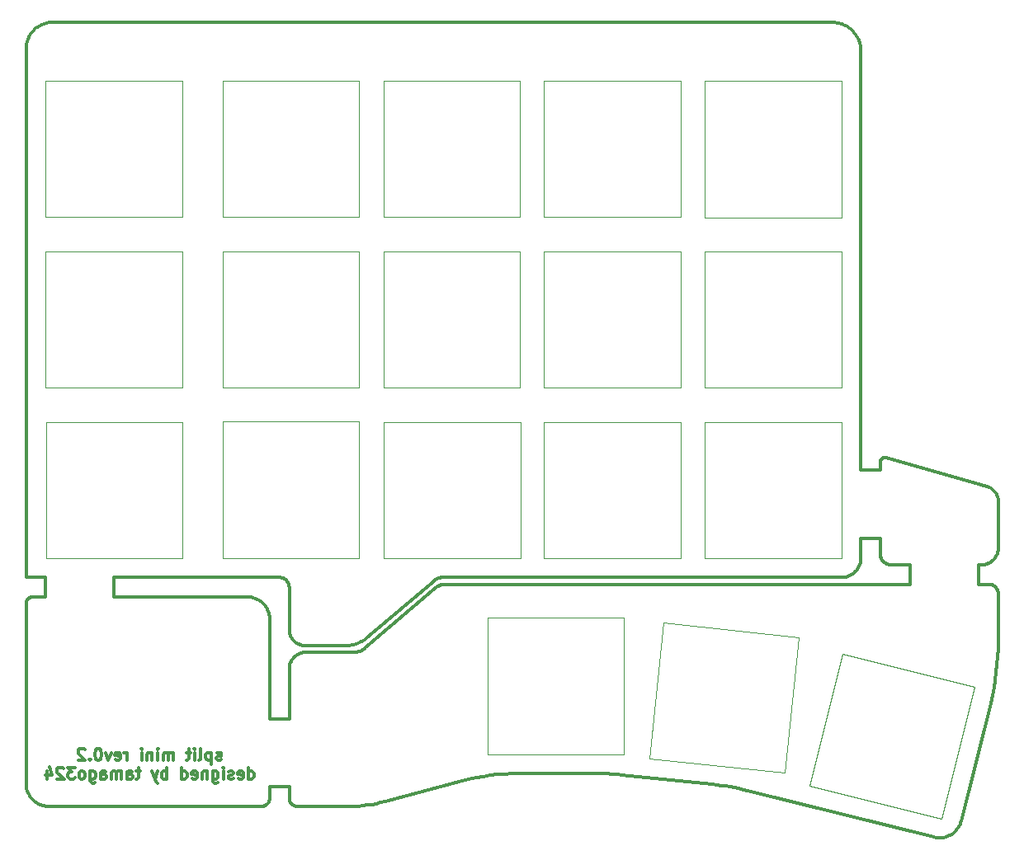
<source format=gbo>
%TF.GenerationSoftware,KiCad,Pcbnew,(6.0.6)*%
%TF.CreationDate,2022-09-17T23:41:59+09:00*%
%TF.ProjectId,split-mini_top,73706c69-742d-46d6-996e-695f746f702e,rev?*%
%TF.SameCoordinates,Original*%
%TF.FileFunction,Legend,Bot*%
%TF.FilePolarity,Positive*%
%FSLAX46Y46*%
G04 Gerber Fmt 4.6, Leading zero omitted, Abs format (unit mm)*
G04 Created by KiCad (PCBNEW (6.0.6)) date 2022-09-17 23:41:59*
%MOMM*%
%LPD*%
G01*
G04 APERTURE LIST*
%ADD10C,0.300000*%
%TA.AperFunction,Profile*%
%ADD11C,0.349999*%
%TD*%
%TA.AperFunction,Profile*%
%ADD12C,0.120000*%
%TD*%
%ADD13C,0.350000*%
%ADD14C,0.787400*%
%ADD15C,2.200000*%
G04 APERTURE END LIST*
D10*
X41052857Y-96649714D02*
X40938571Y-96706857D01*
X40710000Y-96706857D01*
X40595714Y-96649714D01*
X40538571Y-96535428D01*
X40538571Y-96478285D01*
X40595714Y-96364000D01*
X40710000Y-96306857D01*
X40881428Y-96306857D01*
X40995714Y-96249714D01*
X41052857Y-96135428D01*
X41052857Y-96078285D01*
X40995714Y-95964000D01*
X40881428Y-95906857D01*
X40710000Y-95906857D01*
X40595714Y-95964000D01*
X40024285Y-95906857D02*
X40024285Y-97106857D01*
X40024285Y-95964000D02*
X39910000Y-95906857D01*
X39681428Y-95906857D01*
X39567142Y-95964000D01*
X39510000Y-96021142D01*
X39452857Y-96135428D01*
X39452857Y-96478285D01*
X39510000Y-96592571D01*
X39567142Y-96649714D01*
X39681428Y-96706857D01*
X39910000Y-96706857D01*
X40024285Y-96649714D01*
X38767142Y-96706857D02*
X38881428Y-96649714D01*
X38938571Y-96535428D01*
X38938571Y-95506857D01*
X38310000Y-96706857D02*
X38310000Y-95906857D01*
X38310000Y-95506857D02*
X38367142Y-95564000D01*
X38310000Y-95621142D01*
X38252857Y-95564000D01*
X38310000Y-95506857D01*
X38310000Y-95621142D01*
X37910000Y-95906857D02*
X37452857Y-95906857D01*
X37738571Y-95506857D02*
X37738571Y-96535428D01*
X37681428Y-96649714D01*
X37567142Y-96706857D01*
X37452857Y-96706857D01*
X36138571Y-96706857D02*
X36138571Y-95906857D01*
X36138571Y-96021142D02*
X36081428Y-95964000D01*
X35967142Y-95906857D01*
X35795714Y-95906857D01*
X35681428Y-95964000D01*
X35624285Y-96078285D01*
X35624285Y-96706857D01*
X35624285Y-96078285D02*
X35567142Y-95964000D01*
X35452857Y-95906857D01*
X35281428Y-95906857D01*
X35167142Y-95964000D01*
X35110000Y-96078285D01*
X35110000Y-96706857D01*
X34538571Y-96706857D02*
X34538571Y-95906857D01*
X34538571Y-95506857D02*
X34595714Y-95564000D01*
X34538571Y-95621142D01*
X34481428Y-95564000D01*
X34538571Y-95506857D01*
X34538571Y-95621142D01*
X33967142Y-95906857D02*
X33967142Y-96706857D01*
X33967142Y-96021142D02*
X33910000Y-95964000D01*
X33795714Y-95906857D01*
X33624285Y-95906857D01*
X33510000Y-95964000D01*
X33452857Y-96078285D01*
X33452857Y-96706857D01*
X32881428Y-96706857D02*
X32881428Y-95906857D01*
X32881428Y-95506857D02*
X32938571Y-95564000D01*
X32881428Y-95621142D01*
X32824285Y-95564000D01*
X32881428Y-95506857D01*
X32881428Y-95621142D01*
X31395714Y-96706857D02*
X31395714Y-95906857D01*
X31395714Y-96135428D02*
X31338571Y-96021142D01*
X31281428Y-95964000D01*
X31167142Y-95906857D01*
X31052857Y-95906857D01*
X30195714Y-96649714D02*
X30310000Y-96706857D01*
X30538571Y-96706857D01*
X30652857Y-96649714D01*
X30710000Y-96535428D01*
X30710000Y-96078285D01*
X30652857Y-95964000D01*
X30538571Y-95906857D01*
X30310000Y-95906857D01*
X30195714Y-95964000D01*
X30138571Y-96078285D01*
X30138571Y-96192571D01*
X30710000Y-96306857D01*
X29738571Y-95906857D02*
X29452857Y-96706857D01*
X29167142Y-95906857D01*
X28481428Y-95506857D02*
X28367142Y-95506857D01*
X28252857Y-95564000D01*
X28195714Y-95621142D01*
X28138571Y-95735428D01*
X28081428Y-95964000D01*
X28081428Y-96249714D01*
X28138571Y-96478285D01*
X28195714Y-96592571D01*
X28252857Y-96649714D01*
X28367142Y-96706857D01*
X28481428Y-96706857D01*
X28595714Y-96649714D01*
X28652857Y-96592571D01*
X28710000Y-96478285D01*
X28767142Y-96249714D01*
X28767142Y-95964000D01*
X28710000Y-95735428D01*
X28652857Y-95621142D01*
X28595714Y-95564000D01*
X28481428Y-95506857D01*
X27567142Y-96592571D02*
X27510000Y-96649714D01*
X27567142Y-96706857D01*
X27624285Y-96649714D01*
X27567142Y-96592571D01*
X27567142Y-96706857D01*
X27052857Y-95621142D02*
X26995714Y-95564000D01*
X26881428Y-95506857D01*
X26595714Y-95506857D01*
X26481428Y-95564000D01*
X26424285Y-95621142D01*
X26367142Y-95735428D01*
X26367142Y-95849714D01*
X26424285Y-96021142D01*
X27110000Y-96706857D01*
X26367142Y-96706857D01*
X43824285Y-98638857D02*
X43824285Y-97438857D01*
X43824285Y-98581714D02*
X43938571Y-98638857D01*
X44167142Y-98638857D01*
X44281428Y-98581714D01*
X44338571Y-98524571D01*
X44395714Y-98410285D01*
X44395714Y-98067428D01*
X44338571Y-97953142D01*
X44281428Y-97896000D01*
X44167142Y-97838857D01*
X43938571Y-97838857D01*
X43824285Y-97896000D01*
X42795714Y-98581714D02*
X42910000Y-98638857D01*
X43138571Y-98638857D01*
X43252857Y-98581714D01*
X43310000Y-98467428D01*
X43310000Y-98010285D01*
X43252857Y-97896000D01*
X43138571Y-97838857D01*
X42910000Y-97838857D01*
X42795714Y-97896000D01*
X42738571Y-98010285D01*
X42738571Y-98124571D01*
X43310000Y-98238857D01*
X42281428Y-98581714D02*
X42167142Y-98638857D01*
X41938571Y-98638857D01*
X41824285Y-98581714D01*
X41767142Y-98467428D01*
X41767142Y-98410285D01*
X41824285Y-98296000D01*
X41938571Y-98238857D01*
X42110000Y-98238857D01*
X42224285Y-98181714D01*
X42281428Y-98067428D01*
X42281428Y-98010285D01*
X42224285Y-97896000D01*
X42110000Y-97838857D01*
X41938571Y-97838857D01*
X41824285Y-97896000D01*
X41252857Y-98638857D02*
X41252857Y-97838857D01*
X41252857Y-97438857D02*
X41310000Y-97496000D01*
X41252857Y-97553142D01*
X41195714Y-97496000D01*
X41252857Y-97438857D01*
X41252857Y-97553142D01*
X40167142Y-97838857D02*
X40167142Y-98810285D01*
X40224285Y-98924571D01*
X40281428Y-98981714D01*
X40395714Y-99038857D01*
X40567142Y-99038857D01*
X40681428Y-98981714D01*
X40167142Y-98581714D02*
X40281428Y-98638857D01*
X40510000Y-98638857D01*
X40624285Y-98581714D01*
X40681428Y-98524571D01*
X40738571Y-98410285D01*
X40738571Y-98067428D01*
X40681428Y-97953142D01*
X40624285Y-97896000D01*
X40510000Y-97838857D01*
X40281428Y-97838857D01*
X40167142Y-97896000D01*
X39595714Y-97838857D02*
X39595714Y-98638857D01*
X39595714Y-97953142D02*
X39538571Y-97896000D01*
X39424285Y-97838857D01*
X39252857Y-97838857D01*
X39138571Y-97896000D01*
X39081428Y-98010285D01*
X39081428Y-98638857D01*
X38052857Y-98581714D02*
X38167142Y-98638857D01*
X38395714Y-98638857D01*
X38510000Y-98581714D01*
X38567142Y-98467428D01*
X38567142Y-98010285D01*
X38510000Y-97896000D01*
X38395714Y-97838857D01*
X38167142Y-97838857D01*
X38052857Y-97896000D01*
X37995714Y-98010285D01*
X37995714Y-98124571D01*
X38567142Y-98238857D01*
X36967142Y-98638857D02*
X36967142Y-97438857D01*
X36967142Y-98581714D02*
X37081428Y-98638857D01*
X37310000Y-98638857D01*
X37424285Y-98581714D01*
X37481428Y-98524571D01*
X37538571Y-98410285D01*
X37538571Y-98067428D01*
X37481428Y-97953142D01*
X37424285Y-97896000D01*
X37310000Y-97838857D01*
X37081428Y-97838857D01*
X36967142Y-97896000D01*
X35481428Y-98638857D02*
X35481428Y-97438857D01*
X35481428Y-97896000D02*
X35367142Y-97838857D01*
X35138571Y-97838857D01*
X35024285Y-97896000D01*
X34967142Y-97953142D01*
X34910000Y-98067428D01*
X34910000Y-98410285D01*
X34967142Y-98524571D01*
X35024285Y-98581714D01*
X35138571Y-98638857D01*
X35367142Y-98638857D01*
X35481428Y-98581714D01*
X34510000Y-97838857D02*
X34224285Y-98638857D01*
X33938571Y-97838857D02*
X34224285Y-98638857D01*
X34338571Y-98924571D01*
X34395714Y-98981714D01*
X34510000Y-99038857D01*
X32738571Y-97838857D02*
X32281428Y-97838857D01*
X32567142Y-97438857D02*
X32567142Y-98467428D01*
X32510000Y-98581714D01*
X32395714Y-98638857D01*
X32281428Y-98638857D01*
X31367142Y-98638857D02*
X31367142Y-98010285D01*
X31424285Y-97896000D01*
X31538571Y-97838857D01*
X31767142Y-97838857D01*
X31881428Y-97896000D01*
X31367142Y-98581714D02*
X31481428Y-98638857D01*
X31767142Y-98638857D01*
X31881428Y-98581714D01*
X31938571Y-98467428D01*
X31938571Y-98353142D01*
X31881428Y-98238857D01*
X31767142Y-98181714D01*
X31481428Y-98181714D01*
X31367142Y-98124571D01*
X30795714Y-98638857D02*
X30795714Y-97838857D01*
X30795714Y-97953142D02*
X30738571Y-97896000D01*
X30624285Y-97838857D01*
X30452857Y-97838857D01*
X30338571Y-97896000D01*
X30281428Y-98010285D01*
X30281428Y-98638857D01*
X30281428Y-98010285D02*
X30224285Y-97896000D01*
X30110000Y-97838857D01*
X29938571Y-97838857D01*
X29824285Y-97896000D01*
X29767142Y-98010285D01*
X29767142Y-98638857D01*
X28681428Y-98638857D02*
X28681428Y-98010285D01*
X28738571Y-97896000D01*
X28852857Y-97838857D01*
X29081428Y-97838857D01*
X29195714Y-97896000D01*
X28681428Y-98581714D02*
X28795714Y-98638857D01*
X29081428Y-98638857D01*
X29195714Y-98581714D01*
X29252857Y-98467428D01*
X29252857Y-98353142D01*
X29195714Y-98238857D01*
X29081428Y-98181714D01*
X28795714Y-98181714D01*
X28681428Y-98124571D01*
X27595714Y-97838857D02*
X27595714Y-98810285D01*
X27652857Y-98924571D01*
X27710000Y-98981714D01*
X27824285Y-99038857D01*
X27995714Y-99038857D01*
X28110000Y-98981714D01*
X27595714Y-98581714D02*
X27710000Y-98638857D01*
X27938571Y-98638857D01*
X28052857Y-98581714D01*
X28110000Y-98524571D01*
X28167142Y-98410285D01*
X28167142Y-98067428D01*
X28110000Y-97953142D01*
X28052857Y-97896000D01*
X27938571Y-97838857D01*
X27710000Y-97838857D01*
X27595714Y-97896000D01*
X26852857Y-98638857D02*
X26967142Y-98581714D01*
X27024285Y-98524571D01*
X27081428Y-98410285D01*
X27081428Y-98067428D01*
X27024285Y-97953142D01*
X26967142Y-97896000D01*
X26852857Y-97838857D01*
X26681428Y-97838857D01*
X26567142Y-97896000D01*
X26510000Y-97953142D01*
X26452857Y-98067428D01*
X26452857Y-98410285D01*
X26510000Y-98524571D01*
X26567142Y-98581714D01*
X26681428Y-98638857D01*
X26852857Y-98638857D01*
X26052857Y-97438857D02*
X25310000Y-97438857D01*
X25710000Y-97896000D01*
X25538571Y-97896000D01*
X25424285Y-97953142D01*
X25367142Y-98010285D01*
X25310000Y-98124571D01*
X25310000Y-98410285D01*
X25367142Y-98524571D01*
X25424285Y-98581714D01*
X25538571Y-98638857D01*
X25881428Y-98638857D01*
X25995714Y-98581714D01*
X26052857Y-98524571D01*
X24852857Y-97553142D02*
X24795714Y-97496000D01*
X24681428Y-97438857D01*
X24395714Y-97438857D01*
X24281428Y-97496000D01*
X24224285Y-97553142D01*
X24167142Y-97667428D01*
X24167142Y-97781714D01*
X24224285Y-97953142D01*
X24910000Y-98638857D01*
X24167142Y-98638857D01*
X23138571Y-97838857D02*
X23138571Y-98638857D01*
X23424285Y-97381714D02*
X23710000Y-98238857D01*
X22967142Y-98238857D01*
D11*
X55994536Y-84127249D02*
X62941371Y-78230300D01*
X48455705Y-101342096D02*
X48491151Y-101359916D01*
X105370687Y-77817152D02*
X105460997Y-77781545D01*
X47249151Y-77968775D02*
X47297495Y-77982189D01*
X48349869Y-84268510D02*
X48399840Y-84332657D01*
X45319867Y-101428740D02*
X45359889Y-101421758D01*
X21038639Y-23391422D02*
X21028677Y-23525300D01*
X47793113Y-78313838D02*
X47824164Y-78353695D01*
X116441411Y-103937807D02*
X116513709Y-103854992D01*
X21784794Y-100840594D02*
X21871179Y-100915014D01*
X23025611Y-77937815D02*
X23025611Y-77937815D01*
X55329939Y-85497070D02*
X55255709Y-85526188D01*
X70133669Y-98111382D02*
X70873306Y-98074982D01*
X120701220Y-75435875D02*
X120723363Y-75356073D01*
X49434057Y-84919741D02*
X49514751Y-84929764D01*
X116937738Y-103067128D02*
X116968856Y-102954535D01*
X30025611Y-77937815D02*
X30025611Y-77937815D01*
X21622888Y-100678691D02*
X21701835Y-100761649D01*
X63118653Y-78104941D02*
X63165926Y-78078795D01*
X115644464Y-104498434D02*
X115743942Y-104453807D01*
X111774467Y-78637816D02*
X111774467Y-78637816D01*
X21025611Y-99129103D02*
X21025611Y-99129103D01*
X54196868Y-101437812D02*
X54659376Y-101430232D01*
X46021592Y-100691593D02*
X46024625Y-100650809D01*
X55372273Y-84547125D02*
X55503273Y-84474664D01*
X22555917Y-101302658D02*
X22662900Y-101338053D01*
X21548467Y-100592307D02*
X21622888Y-100678691D01*
X45657000Y-101298693D02*
X45690238Y-101275331D01*
X120580646Y-79029760D02*
X120551683Y-78992904D01*
X47724906Y-78238528D02*
X47724906Y-78238528D01*
X22347877Y-101216489D02*
X22450846Y-101262110D01*
X108806970Y-65784533D02*
X108788300Y-65805774D01*
X120521018Y-78957504D02*
X120488714Y-78923621D01*
X49514751Y-84929764D02*
X49596135Y-84935819D01*
X120754645Y-79416861D02*
X120743752Y-79369661D01*
X109021426Y-65650252D02*
X108994789Y-65659278D01*
X21821555Y-21737985D02*
X21728599Y-21835656D01*
X81752674Y-98175401D02*
X82102412Y-98209845D01*
X120292038Y-68989505D02*
X120198264Y-68906180D01*
X48184055Y-83991463D02*
X48220285Y-84063523D01*
X92353572Y-99303294D02*
X92803934Y-99370604D01*
X48025611Y-92437812D02*
X48025611Y-92437812D01*
X21701835Y-100761649D02*
X21784794Y-100840594D01*
X45863165Y-101102397D02*
X45886526Y-101069160D01*
X93700726Y-99528736D02*
X94146949Y-99619521D01*
X114217994Y-104607398D02*
X114332015Y-104632783D01*
X55544321Y-85390464D02*
X55474354Y-85429168D01*
X119849048Y-78639122D02*
X119798842Y-78637850D01*
X120378654Y-69079779D02*
X120292038Y-68989505D01*
X44992462Y-80327745D02*
X44896442Y-80267059D01*
X21184521Y-22743554D02*
X21142842Y-22869515D01*
X109159706Y-65628702D02*
X109131604Y-65629826D01*
X47437594Y-78036251D02*
X47482368Y-78058762D01*
X21871179Y-100915014D02*
X21960802Y-100984829D01*
X55026238Y-85593728D02*
X54947852Y-85609504D01*
X108676481Y-66089548D02*
X108675643Y-66118251D01*
X115439215Y-104573296D02*
X115542831Y-104538298D01*
X120175747Y-90041614D02*
X120334181Y-89253993D01*
X48387498Y-101301289D02*
X48421131Y-101322544D01*
X21232266Y-22619845D02*
X21184521Y-22743554D01*
X120774467Y-79613475D02*
X120774467Y-79613475D01*
X48568989Y-84510368D02*
X48630819Y-84563633D01*
X115841090Y-104404522D02*
X115935738Y-104350682D01*
X120755900Y-75193230D02*
X120766178Y-75110466D01*
X105951907Y-77483713D02*
X106024068Y-77421208D01*
X120773113Y-70057586D02*
X120769082Y-69992617D01*
X120457740Y-69176506D02*
X120378654Y-69079779D01*
X21960802Y-100984829D02*
X22053472Y-101049963D01*
X21212290Y-80175202D02*
X21188997Y-80202228D01*
X116859876Y-103283530D02*
X116901354Y-103176827D01*
X48641104Y-86024013D02*
X48579738Y-86077169D01*
X104062908Y-20956994D02*
X103915112Y-20945753D01*
X21318048Y-80079432D02*
X21289999Y-80101271D01*
X120153762Y-76253991D02*
X120217176Y-76199357D01*
X53787147Y-84937812D02*
X53787147Y-84937812D01*
X30025611Y-77937815D02*
X46998878Y-77937815D01*
X105274429Y-21363314D02*
X105152556Y-21293237D01*
X23743743Y-20941960D02*
X23608950Y-20945288D01*
X21376948Y-80040174D02*
X21347051Y-80059058D01*
X108770942Y-65827987D02*
X108754927Y-65851107D01*
X54627738Y-85637847D02*
X49716880Y-85637816D01*
X116582122Y-103768452D02*
X116646478Y-103678292D01*
X55806701Y-85204901D02*
X55806701Y-85204901D01*
X108681000Y-75645683D02*
X108687678Y-75699449D01*
X48263694Y-101199782D02*
X48292902Y-101227576D01*
X120488714Y-78923621D02*
X120454831Y-78891317D01*
X47981259Y-78665933D02*
X47994675Y-78714277D01*
X44593043Y-80114500D02*
X44487432Y-80073742D01*
X45783118Y-101195281D02*
X45783118Y-101195281D01*
X46998878Y-77937815D02*
X47049792Y-77939076D01*
X120678260Y-79190516D02*
X120656715Y-79148450D01*
X105027071Y-21228966D02*
X104898158Y-21170683D01*
X119898595Y-78642891D02*
X119849048Y-78639122D01*
X108687678Y-75699449D02*
X108696963Y-75752663D01*
X119329920Y-76619244D02*
X119411834Y-76604951D01*
X47150499Y-77949064D02*
X47200124Y-77957721D01*
X30025611Y-79937815D02*
X30025611Y-79937815D01*
X63482317Y-78736669D02*
X63441478Y-78756970D01*
X106583990Y-23124944D02*
X106544773Y-22986841D01*
X119247157Y-76629524D02*
X119329920Y-76619244D01*
X54708534Y-85636055D02*
X54627738Y-85637847D01*
X48027843Y-87242016D02*
X48025641Y-87329047D01*
X108704938Y-65951392D02*
X108696116Y-65978097D01*
X106675612Y-66895079D02*
X106675612Y-23852266D01*
X48527404Y-101375978D02*
X48564397Y-101390253D01*
X22247198Y-101165871D02*
X22347877Y-101216489D01*
X21036909Y-99357303D02*
X21050913Y-99470047D01*
X21236999Y-80149249D02*
X21236999Y-80149249D01*
X63441478Y-78756970D02*
X63401512Y-78779074D01*
X109187893Y-65629198D02*
X109159706Y-65628702D01*
X119492762Y-76586703D02*
X119572563Y-76564558D01*
X49376040Y-85672178D02*
X49294217Y-85691063D01*
X105876780Y-77542749D02*
X105951907Y-77483713D01*
X49213962Y-85713853D02*
X49135381Y-85740442D01*
X103915112Y-20945753D02*
X103765349Y-20941964D01*
X47345073Y-77997930D02*
X47391801Y-78015962D01*
X48220285Y-84063523D02*
X48260035Y-84133808D01*
X48292902Y-101227576D02*
X48323317Y-101253777D01*
X21028448Y-99243592D02*
X21036909Y-99357303D01*
X62941371Y-78230300D02*
X62941371Y-78230300D01*
X65758204Y-98834754D02*
X65758204Y-98834754D01*
X80350426Y-98083501D02*
X80701393Y-98099590D01*
X118774467Y-76637816D02*
X119079642Y-76637816D01*
X120221817Y-78734070D02*
X120178601Y-78714532D01*
X63742213Y-78653990D02*
X63697439Y-78662998D01*
X46000673Y-100811590D02*
X46009588Y-100772051D01*
X21471411Y-79992709D02*
X21439187Y-80006975D01*
X45696399Y-81067015D02*
X45635713Y-80970995D01*
X115333789Y-104603324D02*
X115439215Y-104573296D01*
X106479515Y-76811328D02*
X106519342Y-76723237D01*
X48260035Y-84133808D02*
X48303249Y-84202182D01*
X48361640Y-86317158D02*
X48314487Y-86383464D01*
X104686904Y-77937815D02*
X104789242Y-77935229D01*
X120334181Y-89253993D02*
X120468428Y-88462270D01*
X120087971Y-76305244D02*
X120153762Y-76253991D01*
X46025611Y-99437812D02*
X48025611Y-99437812D01*
X48509612Y-84453864D02*
X48509612Y-84453864D01*
X119877728Y-76438153D02*
X119949815Y-76397383D01*
X108727056Y-65899815D02*
X108715262Y-65925277D01*
X119411834Y-76604951D02*
X119492762Y-76586703D01*
X45197585Y-101437812D02*
X45238647Y-101436795D01*
X21047137Y-80483955D02*
X21039355Y-80518449D01*
X54947852Y-85609504D02*
X54868700Y-85621844D01*
X109078830Y-76388518D02*
X109121567Y-76421812D01*
X120344325Y-78804487D02*
X120304741Y-78779110D01*
X57403259Y-101068567D02*
X57851935Y-100956046D01*
X63324454Y-78828595D02*
X63287485Y-78855968D01*
X48602063Y-101402715D02*
X48640336Y-101413334D01*
X48024380Y-78913635D02*
X48025641Y-78964549D01*
X120217176Y-76199357D02*
X120278075Y-76141402D01*
X55612648Y-85348646D02*
X55544321Y-85390464D01*
X48838470Y-101437842D02*
X54196868Y-101437812D01*
X70873306Y-98074982D02*
X71614337Y-98062834D01*
X45925300Y-81583551D02*
X45889720Y-81476020D01*
X22771606Y-101368218D02*
X22881847Y-101393073D01*
X48314487Y-86383464D02*
X48270497Y-86452083D01*
X55121014Y-101407515D02*
X55581415Y-101369709D01*
X106519342Y-76723237D02*
X106554952Y-76632928D01*
X48579738Y-86077169D02*
X48521003Y-86133168D01*
X106586220Y-76540525D02*
X106613021Y-76446154D01*
X108891649Y-76191890D02*
X108924942Y-76234628D01*
X45279430Y-101433762D02*
X45319867Y-101428740D01*
X21641204Y-79945692D02*
X21606286Y-79951772D01*
X46025611Y-92437812D02*
X46025611Y-92437812D01*
X119993194Y-90824576D02*
X119993194Y-90824576D01*
X48185114Y-101108608D02*
X48209696Y-101140162D01*
X22582237Y-21202494D02*
X22463694Y-21262084D01*
X115008377Y-104662548D02*
X115118197Y-104648054D01*
X48078892Y-86906381D02*
X48060006Y-86988204D01*
X106675612Y-73895079D02*
X106675612Y-73895079D01*
X106335978Y-77061043D02*
X106387708Y-76980356D01*
X23475071Y-20955235D02*
X23342329Y-20971711D01*
X120551683Y-78992904D02*
X120521018Y-78957504D01*
X45570242Y-80877848D02*
X45500065Y-80787765D01*
X23608950Y-20945288D02*
X23475071Y-20955235D01*
X120019942Y-76353061D02*
X120087971Y-76305244D01*
X21142842Y-22869515D02*
X21107322Y-22997505D01*
X48025641Y-87329047D02*
X48025641Y-87329047D01*
X45622738Y-101320347D02*
X45657000Y-101298693D01*
X48771300Y-85926654D02*
X48704993Y-85973806D01*
X49275288Y-84888014D02*
X49354191Y-84905805D01*
X92803934Y-99370604D02*
X93253019Y-99445758D01*
X43704978Y-79937854D02*
X30025611Y-79937815D01*
X49678077Y-84937850D02*
X49678077Y-84937850D01*
X48025641Y-87329047D02*
X48025611Y-92437812D01*
X63878907Y-78638836D02*
X63833009Y-78641887D01*
X103765349Y-20941964D02*
X103765349Y-20941964D01*
X45989854Y-100850579D02*
X46000673Y-100811590D01*
X119949815Y-76397383D02*
X120019942Y-76353061D01*
X54238299Y-84907851D02*
X54386496Y-84884749D01*
X56951500Y-101166243D02*
X57403259Y-101068567D01*
X120727124Y-69739575D02*
X120691299Y-69618023D01*
X106158985Y-77286296D02*
X106221492Y-77214138D01*
X48026610Y-100665296D02*
X48029589Y-100705335D01*
X120097707Y-68830299D02*
X119990739Y-68762359D01*
X115935738Y-104350682D02*
X116027711Y-104292391D01*
X62941371Y-78230300D02*
X62983772Y-78195898D01*
X48694965Y-84613603D02*
X48761292Y-84660222D01*
X48162182Y-101075982D02*
X48185114Y-101108608D01*
X109300078Y-65647631D02*
X109300078Y-65647631D01*
X120198264Y-68906180D02*
X120097707Y-68830299D01*
X119635116Y-68611140D02*
X119635116Y-68611140D01*
X106675612Y-23852266D02*
X106671826Y-23702504D01*
X21070384Y-99581635D02*
X21095242Y-99691877D01*
X106446910Y-22719457D02*
X106388630Y-22590543D01*
X82102412Y-98209845D02*
X82102412Y-98209845D01*
X106093135Y-77355361D02*
X106158985Y-77286296D01*
X21026226Y-80624221D02*
X21025336Y-80660044D01*
X45980608Y-81803618D02*
X45955622Y-81692814D01*
X55255709Y-85526188D02*
X55180276Y-85552030D01*
X114559640Y-104665632D02*
X114672897Y-104673303D01*
X49459323Y-85657305D02*
X49376040Y-85672178D01*
X43820052Y-79940706D02*
X43704978Y-79937854D01*
X46025611Y-92437812D02*
X46025611Y-82258441D01*
X118774467Y-78637816D02*
X118774467Y-78637816D01*
X46025641Y-100609748D02*
X46025611Y-99437812D01*
X44487432Y-80073742D02*
X44379898Y-80038162D01*
X47391801Y-78015962D02*
X47437594Y-78036251D01*
X106011052Y-22001060D02*
X105919581Y-21895462D01*
X45587517Y-101340266D02*
X45622738Y-101320347D01*
X46022759Y-82143374D02*
X46014255Y-82029088D01*
X104989763Y-77914905D02*
X105087696Y-77897418D01*
X21025611Y-77937815D02*
X21025611Y-77937815D01*
X55180276Y-85552030D02*
X55103749Y-85574557D01*
X63263502Y-78032926D02*
X63313656Y-78013257D01*
X104492671Y-21033598D02*
X104351871Y-21001099D01*
X48075449Y-83688174D02*
X48097040Y-83765982D01*
X45551407Y-101358422D02*
X45587517Y-101340266D01*
X104765998Y-21118573D02*
X104630775Y-21072816D01*
X120042667Y-78668574D02*
X119995466Y-78657678D01*
X71614337Y-98062834D02*
X79296523Y-98062812D01*
X45476790Y-101389329D02*
X45514476Y-101374785D01*
X45085609Y-80393215D02*
X44992462Y-80327745D01*
X48050126Y-100823138D02*
X48060747Y-100861413D01*
X44797738Y-80211237D02*
X44696542Y-80160358D01*
X45500065Y-80787765D02*
X45425261Y-80700935D01*
X47200124Y-77957721D02*
X47249151Y-77968775D01*
X108998076Y-76315383D02*
X108998076Y-76315383D01*
X49354191Y-84905805D02*
X49434057Y-84919741D01*
X49135381Y-85740442D02*
X49058579Y-85770724D01*
X109272255Y-65640530D02*
X109244237Y-65635099D01*
X22463694Y-21262084D02*
X22348071Y-21327464D01*
X21747886Y-79937815D02*
X21747886Y-79937815D01*
X114332015Y-104632783D02*
X114445955Y-104652160D01*
X23025611Y-77937815D02*
X23025611Y-79937815D01*
X79296523Y-98062812D02*
X79296523Y-98062812D01*
X119572563Y-76564558D02*
X119651099Y-76538573D01*
X21676482Y-79941323D02*
X21641204Y-79945692D01*
X63416328Y-77980585D02*
X63468699Y-77967636D01*
X21110478Y-80319873D02*
X21094633Y-80351373D01*
X48025611Y-92437812D02*
X46025611Y-92437812D01*
X115542831Y-104538298D02*
X115644464Y-104498434D01*
X108893963Y-65710666D02*
X108870536Y-65727271D01*
X109075929Y-65636878D02*
X109048496Y-65642782D01*
X67200877Y-98497965D02*
X67929031Y-98365328D01*
X63362484Y-78802956D02*
X63324454Y-78828595D01*
X105278283Y-77848416D02*
X105370687Y-77817152D01*
X108675643Y-66118251D02*
X108675612Y-66895079D01*
X108688828Y-66005329D02*
X108683105Y-66033024D01*
X116968856Y-102954535D02*
X119993194Y-90824576D01*
X48029589Y-100705335D02*
X48034519Y-100745032D01*
X46024625Y-100650809D02*
X46025641Y-100609748D01*
X103765349Y-20941964D02*
X23743743Y-20941960D01*
X48209696Y-101140162D02*
X48235898Y-101170575D01*
X22235592Y-21398542D02*
X22126477Y-21475225D01*
X21262963Y-80124552D02*
X21236999Y-80149249D01*
X120774467Y-84461646D02*
X120774467Y-84461646D01*
X55103749Y-85574557D02*
X55026238Y-85593728D01*
X21478649Y-100502685D02*
X21548467Y-100592307D01*
X54962899Y-84728765D02*
X55101881Y-84674251D01*
X21095242Y-99691877D02*
X21125409Y-99800585D01*
X109300078Y-65647631D02*
X109272255Y-65640530D01*
X119163685Y-76635734D02*
X119247157Y-76629524D01*
X21028677Y-23525300D02*
X21025336Y-23660094D01*
X106660587Y-23554708D02*
X106642080Y-23409061D01*
X21025336Y-23660094D02*
X21025611Y-77937815D01*
X21201357Y-100012642D02*
X21246981Y-100115611D01*
X119635116Y-68611140D02*
X109300078Y-65647631D01*
X120725364Y-86068068D02*
X120762179Y-85265514D01*
X111774467Y-76637816D02*
X111774467Y-78637816D01*
X106435595Y-76897076D02*
X106479515Y-76811328D01*
X111774467Y-78637816D02*
X63925056Y-78637816D01*
X118774467Y-76637816D02*
X118774467Y-76637816D01*
X23342329Y-20971711D02*
X23210947Y-20994624D01*
X23743743Y-20941960D02*
X23743743Y-20941960D01*
X119995466Y-78657678D02*
X119947421Y-78649097D01*
X48025611Y-83285361D02*
X48027642Y-83367308D01*
X45955622Y-81692814D02*
X45925300Y-81583551D01*
X105634839Y-77697804D02*
X105718120Y-77649920D01*
X21188997Y-80202228D02*
X21167145Y-80230267D01*
X55402857Y-85464716D02*
X55329939Y-85497070D01*
X95034537Y-99824439D02*
X95034537Y-99824439D01*
X48465004Y-86191903D02*
X48411847Y-86253268D01*
X120774467Y-84461646D02*
X120774467Y-79613475D01*
X120578420Y-87667003D02*
X120664088Y-86868750D01*
X45928098Y-100999676D02*
X45946253Y-100963567D01*
X45848961Y-81370410D02*
X45803102Y-81266913D01*
X22881847Y-101393073D02*
X22993432Y-101412541D01*
X48839919Y-85882664D02*
X48771300Y-85926654D01*
X21701835Y-100761649D02*
X21701835Y-100761649D01*
X63697439Y-78662998D02*
X63653166Y-78673944D01*
X106635229Y-76349940D02*
X106652721Y-76252008D01*
X47724906Y-78238528D02*
X47760016Y-78275421D01*
X63251639Y-78885050D02*
X55806701Y-85204901D01*
X109165758Y-76452872D02*
X109211312Y-76481663D01*
X79296523Y-98062812D02*
X79647946Y-98065109D01*
X21067660Y-80416466D02*
X21056580Y-80449941D01*
X48121371Y-101007775D02*
X48140925Y-101042349D01*
X94146949Y-99619521D02*
X94591588Y-99718094D01*
X48411847Y-86253268D02*
X48361640Y-86317158D01*
X55994536Y-84127249D02*
X55994536Y-84127249D01*
X48014389Y-78812928D02*
X48020617Y-78863067D01*
X48025641Y-78964549D02*
X48025641Y-78964549D01*
X48564397Y-101390253D02*
X48602063Y-101402715D01*
X45345908Y-80617549D02*
X45262522Y-80538196D01*
X47824164Y-78353695D02*
X47853131Y-78394907D01*
X44896442Y-80267059D02*
X44797738Y-80211237D01*
X47927193Y-78525835D02*
X47947483Y-78571628D01*
X21347051Y-80059058D02*
X21318048Y-80079432D01*
X48020617Y-78863067D02*
X48024380Y-78913635D01*
X63575139Y-77948649D02*
X63629061Y-77942665D01*
X119990739Y-68762359D02*
X119877736Y-68702855D01*
X120178601Y-78714532D02*
X120134296Y-78697062D01*
X63214234Y-78054781D02*
X63263502Y-78032926D01*
X54088872Y-84924446D02*
X54238299Y-84907851D01*
X45425261Y-80700935D02*
X45345908Y-80617549D01*
X55238407Y-84613679D02*
X55372273Y-84547125D01*
X120741609Y-75275145D02*
X120755900Y-75193230D01*
X22450846Y-101262110D02*
X22555917Y-101302658D01*
X106616486Y-23265745D02*
X106583990Y-23124944D01*
X105823218Y-21794389D02*
X105722147Y-21698025D01*
X109508212Y-76604643D02*
X109560782Y-76616497D01*
X120769082Y-69992617D02*
X120762421Y-69928269D01*
X106221492Y-77214138D02*
X106280531Y-77139012D01*
X109667756Y-76632459D02*
X109721979Y-76636494D01*
X106675612Y-66895079D02*
X106675612Y-66895079D01*
X108960430Y-76275822D02*
X108998076Y-76315383D01*
X119651099Y-76538573D02*
X119728231Y-76508805D01*
X108924942Y-76234628D02*
X108960430Y-76275822D01*
X21080353Y-80383591D02*
X21067660Y-80416466D01*
X81402561Y-98145543D02*
X81752674Y-98175401D01*
X63925056Y-78637816D02*
X63878907Y-78638836D01*
X48025611Y-83285361D02*
X48025611Y-83285361D01*
X48704993Y-85973806D02*
X48641104Y-86024013D01*
X62983772Y-78195898D02*
X63027501Y-78163519D01*
X105722147Y-21698025D02*
X105616549Y-21606553D01*
X108683105Y-66033024D02*
X108678979Y-66061118D01*
X79647946Y-98065109D02*
X79999262Y-98072007D01*
X45977159Y-100888950D02*
X45989854Y-100850579D01*
X120774467Y-79613475D02*
X120773197Y-79563271D01*
X93253019Y-99445758D02*
X93700726Y-99528736D01*
X21439187Y-80006975D02*
X21407679Y-80022805D01*
X21353138Y-100314488D02*
X21413513Y-100410016D01*
X105183911Y-77875213D02*
X105278283Y-77848416D01*
X105549090Y-77741721D02*
X105634839Y-77697804D01*
X120773197Y-79563271D02*
X120769430Y-79513727D01*
X21107322Y-22997505D02*
X21078053Y-23127302D01*
X43934344Y-79949209D02*
X43820052Y-79940706D01*
X114785555Y-104675276D02*
X114897439Y-104671657D01*
X21728599Y-21835656D02*
X21640971Y-21937362D01*
X108675612Y-66895079D02*
X106675612Y-66895079D01*
X21125409Y-99800585D02*
X21160807Y-99907570D01*
X105392508Y-21439014D02*
X105274429Y-21363314D01*
X55755861Y-84312320D02*
X55877040Y-84222588D01*
X45399429Y-101412843D02*
X45438419Y-101402024D01*
X91449431Y-99192275D02*
X91449431Y-99192275D01*
X120304741Y-78779110D02*
X120263884Y-78755617D01*
X47649593Y-78170323D02*
X47688011Y-78203419D01*
X108740083Y-75908095D02*
X108759419Y-75958202D01*
X106675643Y-75949149D02*
X106675643Y-75949149D01*
X63925056Y-78637816D02*
X63925056Y-78637816D01*
X116513709Y-103854992D02*
X116582122Y-103768452D01*
X108740288Y-65875071D02*
X108727056Y-65899815D01*
X105460997Y-77781545D02*
X105549090Y-77741721D01*
X21167145Y-80230267D02*
X21146758Y-80259261D01*
X21712063Y-79938689D02*
X21676482Y-79941323D01*
X120762421Y-69928269D02*
X120753176Y-69864605D01*
X48235898Y-101170575D02*
X48263694Y-101199782D01*
X54386496Y-84884749D02*
X54533259Y-84855214D01*
X116813476Y-103387131D02*
X116859876Y-103283530D01*
X108708817Y-75805236D02*
X108723203Y-75857077D01*
X119819088Y-68676422D02*
X119759070Y-68652283D01*
X120743752Y-79369661D02*
X120730605Y-79323365D01*
X108826921Y-65764326D02*
X108806970Y-65784533D01*
X21028875Y-80588641D02*
X21026226Y-80624221D01*
X56497027Y-101249025D02*
X56951500Y-101166243D01*
X47853131Y-78394907D02*
X47879982Y-78437391D01*
X45197585Y-101437812D02*
X45197585Y-101437812D01*
X49197483Y-84866423D02*
X49275288Y-84888014D01*
X45635713Y-80970995D02*
X45570242Y-80877848D01*
X108870536Y-65727271D02*
X108848120Y-65745218D01*
X115226725Y-104628278D02*
X115333789Y-104603324D01*
X65758204Y-98834754D02*
X66477072Y-98654466D01*
X120278075Y-76141402D02*
X120278075Y-76141402D01*
X108715262Y-65925277D02*
X108704938Y-65951392D01*
X22993432Y-101412541D02*
X23106173Y-101426542D01*
X21055128Y-23258681D02*
X21038639Y-23391422D01*
X105152556Y-21293237D02*
X105027071Y-21228966D01*
X116285855Y-104091851D02*
X116365402Y-104016795D01*
X119947421Y-78649097D02*
X119898595Y-78642891D01*
X21033260Y-80553364D02*
X21028875Y-80588641D01*
X30025611Y-79937815D02*
X30025611Y-77937815D01*
X108676966Y-75591455D02*
X108681000Y-75645683D01*
X45886526Y-101069160D02*
X45908180Y-101034897D01*
X120591823Y-69387334D02*
X120528921Y-69279189D01*
X45359889Y-101421758D02*
X45399429Y-101412843D01*
X108805314Y-76055316D02*
X108831798Y-76102144D01*
X120675236Y-75514412D02*
X120701220Y-75435875D01*
X120611979Y-75667136D02*
X120645470Y-75591546D01*
X21285986Y-22498611D02*
X21232266Y-22619845D01*
X63737941Y-77937850D02*
X63737941Y-77937850D01*
X120278075Y-76141402D02*
X120336030Y-76080501D01*
X57851935Y-100956046D02*
X57851935Y-100956046D01*
X47688011Y-78203419D02*
X47724906Y-78238528D01*
X106671826Y-23702504D02*
X106660587Y-23554708D01*
X118774467Y-78637816D02*
X118774467Y-76637816D01*
X114672897Y-104673303D02*
X114785555Y-104675276D01*
X116116836Y-104229753D02*
X116202942Y-104162872D01*
X21410980Y-22264459D02*
X21345588Y-22380075D01*
X48025641Y-78964549D02*
X48025611Y-83285361D01*
X106324361Y-22465057D02*
X106254285Y-22343184D01*
X106675643Y-75949149D02*
X106675612Y-73895079D01*
X48034376Y-87156128D02*
X48027843Y-87242016D01*
X63609455Y-78686808D02*
X63566368Y-78701565D01*
X106499019Y-22851618D02*
X106446910Y-22719457D01*
X45946253Y-100963567D02*
X45962616Y-100926635D01*
X49678077Y-84937850D02*
X53787147Y-84937812D01*
X116646478Y-103678292D02*
X116706604Y-103584617D01*
X120263884Y-78755617D02*
X120221817Y-78734070D01*
X54868700Y-85621844D02*
X54788890Y-85630708D01*
X22953154Y-21059387D02*
X22827190Y-21101053D01*
X106544773Y-22986841D02*
X106499019Y-22851618D01*
X119759070Y-68652283D02*
X119697731Y-68630502D01*
X48027642Y-83367308D02*
X48033697Y-83448699D01*
X115118197Y-104648054D02*
X115226725Y-104628278D01*
X120774467Y-70123114D02*
X120774467Y-70123114D01*
X45238647Y-101436795D02*
X45279430Y-101433762D01*
X109048496Y-65642782D02*
X109021426Y-65650252D01*
X108848120Y-65745218D02*
X108826921Y-65764326D01*
X63072486Y-78133191D02*
X63118653Y-78104941D01*
X109244237Y-65635099D02*
X109216093Y-65631326D01*
X108754927Y-65851107D02*
X108740288Y-65875071D01*
X104789242Y-77935229D02*
X104890237Y-77927551D01*
X120528921Y-69279189D02*
X120457740Y-69176506D01*
X109306150Y-76532285D02*
X109355252Y-76554041D01*
X108918171Y-65695552D02*
X108893963Y-65710666D01*
X46014255Y-82029088D02*
X46000179Y-81915773D01*
X48910742Y-85841941D02*
X48839919Y-85882664D01*
X120769430Y-79513727D02*
X120763225Y-79464903D01*
X119877736Y-68702855D02*
X119819088Y-68676422D01*
X47879982Y-78437391D02*
X47904681Y-78481061D01*
X23106173Y-101426542D02*
X23219880Y-101435000D01*
X21558764Y-22042879D02*
X21482069Y-22151986D01*
X63251639Y-78885050D02*
X63251639Y-78885050D01*
X45811433Y-101165526D02*
X45838124Y-101134542D01*
X106387708Y-76980356D02*
X106435595Y-76897076D01*
X21919236Y-21645039D02*
X21821555Y-21737985D01*
X55631204Y-84396371D02*
X55755861Y-84312320D01*
X120574820Y-75741045D02*
X120611979Y-75667136D01*
X49629850Y-85640017D02*
X49543962Y-85646549D01*
X47049792Y-77939076D02*
X47100361Y-77942837D01*
X120441915Y-75951292D02*
X120489731Y-75883262D01*
X48025611Y-100624983D02*
X48025611Y-100624983D01*
X109037636Y-76353029D02*
X109078830Y-76388518D01*
X105506609Y-21520155D02*
X105392508Y-21439014D01*
X109613994Y-76625781D02*
X109667756Y-76632459D01*
X21821555Y-21737985D02*
X21821555Y-21737985D01*
X48034519Y-100745032D02*
X48041374Y-100784322D01*
X63683353Y-77939056D02*
X63737941Y-77937850D01*
X21482069Y-22151986D02*
X21410980Y-22264459D01*
X21094633Y-80351373D02*
X21080353Y-80383591D01*
X106673052Y-76051487D02*
X106675643Y-75949149D01*
X49716880Y-85637816D02*
X49629850Y-85640017D01*
X104686904Y-77937815D02*
X104686904Y-77937815D01*
X106613021Y-76446154D02*
X106635229Y-76349940D01*
X44696542Y-80160358D02*
X44593043Y-80114500D01*
X46009588Y-100772051D02*
X46016570Y-100732029D01*
X106178587Y-22225104D02*
X106097448Y-22111002D01*
X106388630Y-22590543D02*
X106324361Y-22465057D01*
X47568523Y-78110308D02*
X47609736Y-78139275D01*
X108831798Y-76102144D02*
X108860588Y-76147699D01*
X47904681Y-78481061D02*
X47927193Y-78525835D01*
X45889720Y-81476020D02*
X45848961Y-81370410D01*
X120697798Y-79233732D02*
X120678260Y-79190516D01*
X119079642Y-76637816D02*
X119079642Y-76637816D01*
X48041374Y-100784322D02*
X48050126Y-100823138D01*
X120336030Y-76080501D02*
X120390662Y-76017084D01*
X116202942Y-104162872D02*
X116285855Y-104091851D01*
X22149000Y-101110337D02*
X22247198Y-101165871D01*
X45962616Y-100926635D02*
X45977159Y-100888950D01*
X104208555Y-20975503D02*
X104062908Y-20956994D01*
X108675612Y-75536856D02*
X108676966Y-75591455D01*
X22020951Y-21557422D02*
X21919236Y-21645039D01*
X47100361Y-77942837D02*
X47150499Y-77949064D01*
X94591588Y-99718094D02*
X95034537Y-99824439D01*
X63468699Y-77967636D02*
X63521660Y-77956982D01*
X21246981Y-100115611D02*
X21297601Y-100216290D01*
X109211312Y-76481663D02*
X109258140Y-76508146D01*
X104898158Y-21170683D02*
X104765998Y-21118573D01*
X48025611Y-100624983D02*
X48026610Y-100665296D01*
X48838470Y-101437842D02*
X48838470Y-101437842D01*
X63566368Y-78701565D02*
X63523968Y-78718193D01*
X45514476Y-101374785D02*
X45551407Y-101358422D01*
X120656715Y-79148450D02*
X120633223Y-79107594D01*
X45752222Y-81165717D02*
X45696399Y-81067015D01*
X119798842Y-78637850D02*
X118774467Y-78637816D01*
X105616549Y-21606553D02*
X105506609Y-21520155D01*
X120753176Y-69864605D02*
X120727124Y-69739575D01*
X63737941Y-77937850D02*
X104686904Y-77937815D01*
X48798162Y-101436844D02*
X48838470Y-101437842D01*
X120715266Y-79278035D02*
X120697798Y-79233732D01*
X48679149Y-101422085D02*
X48718435Y-101428938D01*
X44047665Y-79963285D02*
X43934344Y-79949209D01*
X21345588Y-22380075D02*
X21285986Y-22498611D01*
X120774467Y-74942950D02*
X120774467Y-70123114D01*
X108723203Y-75857077D02*
X108740083Y-75908095D01*
X63629061Y-77942665D02*
X63683353Y-77939056D01*
X120762179Y-85265514D02*
X120774467Y-84461646D01*
X63165926Y-78078795D02*
X63214234Y-78054781D01*
X66477072Y-98654466D02*
X67200877Y-98497965D01*
X48758129Y-101433867D02*
X48798162Y-101436844D01*
X47965517Y-78618355D02*
X47981259Y-78665933D01*
X48060006Y-86988204D02*
X48045132Y-87071489D01*
X21146758Y-80259261D02*
X21127860Y-80289149D01*
X55679226Y-85303752D02*
X55612648Y-85348646D01*
X120382575Y-78831688D02*
X120344325Y-78804487D01*
X44159825Y-79982855D02*
X44047665Y-79963285D01*
X68660941Y-98256633D02*
X69396017Y-98171959D01*
X105718120Y-77649920D02*
X105798809Y-77598194D01*
X108696116Y-65978097D02*
X108688828Y-66005329D01*
X109258140Y-76508146D02*
X109306150Y-76532285D01*
X116762328Y-103487528D02*
X116813476Y-103387131D01*
X21025611Y-77937815D02*
X23025611Y-77937815D01*
X23210947Y-20994624D02*
X23081148Y-21023879D01*
X105798809Y-77598194D02*
X105876780Y-77542749D01*
X105087696Y-77897418D02*
X105183911Y-77875213D01*
X63313656Y-78013257D02*
X63364623Y-77995801D01*
X120134296Y-78697062D02*
X120088965Y-78681722D01*
X48101683Y-86826126D02*
X48078892Y-86906381D01*
X109776572Y-76637847D02*
X109776572Y-76637847D01*
X69396017Y-98171959D02*
X70133669Y-98111382D01*
X106642080Y-23409061D02*
X106616486Y-23265745D01*
X47760016Y-78275421D02*
X47793113Y-78313838D01*
X104351871Y-21001099D02*
X104208555Y-20975503D01*
X54788890Y-85630708D02*
X54708534Y-85636055D01*
X63287485Y-78855968D02*
X63251639Y-78885050D01*
X49045708Y-84812066D02*
X49120911Y-84841088D01*
X48128272Y-86747545D02*
X48101683Y-86826126D01*
X104630775Y-21072816D02*
X104492671Y-21033598D01*
X120772386Y-75026993D02*
X120774467Y-74942950D01*
X63401512Y-78779074D02*
X63362484Y-78802956D01*
X48303249Y-84202182D02*
X48349869Y-84268510D01*
X21297601Y-100216290D02*
X21353138Y-100314488D01*
X106665370Y-76152481D02*
X106673052Y-76051487D01*
X49120911Y-84841088D02*
X49197483Y-84866423D01*
X71614337Y-98062834D02*
X71614337Y-98062834D01*
X106097448Y-22111002D02*
X106011052Y-22001060D01*
X48354871Y-101278357D02*
X48387498Y-101301289D01*
X21050913Y-99470047D02*
X21070384Y-99581635D01*
X21407679Y-80022805D02*
X21376948Y-80040174D01*
X53938420Y-84934458D02*
X54088872Y-84924446D01*
X48087486Y-100936075D02*
X48103549Y-100972329D01*
X45838124Y-101134542D02*
X45863165Y-101102397D01*
X108998076Y-76315383D02*
X109037636Y-76353029D01*
X48158555Y-86670743D02*
X48128272Y-86747545D01*
X49596135Y-84935819D02*
X49678077Y-84937850D01*
X54533259Y-84855214D02*
X54678384Y-84819322D01*
X21025336Y-80660044D02*
X21025611Y-99129103D01*
X109405357Y-76573378D02*
X109456374Y-76590257D01*
X21236999Y-80149249D02*
X21212290Y-80175202D01*
X120390662Y-76017084D02*
X120441915Y-75951292D01*
X21025336Y-80660044D02*
X21025336Y-80660044D01*
X108696963Y-75752663D02*
X108708817Y-75805236D01*
X47609736Y-78139275D02*
X47649593Y-78170323D01*
X44379898Y-80038162D02*
X44270632Y-80007841D01*
X54627738Y-85637847D02*
X54627738Y-85637847D01*
X119803821Y-76475312D02*
X119877728Y-76438153D01*
X116027711Y-104292391D02*
X116116836Y-104229753D01*
X119728231Y-76508805D02*
X119803821Y-76475312D01*
X21640971Y-21937362D02*
X21558764Y-22042879D01*
X22126477Y-21475225D02*
X22020951Y-21557422D01*
X116365402Y-104016795D02*
X116441411Y-103937807D01*
X105919581Y-21895462D02*
X105823218Y-21794389D01*
X48323317Y-101253777D02*
X48354871Y-101278357D01*
X108678979Y-66061118D02*
X108676481Y-66089548D01*
X45345908Y-80617549D02*
X45345908Y-80617549D01*
X63787423Y-78646946D02*
X63742213Y-78653990D01*
X108860588Y-76147699D02*
X108891649Y-76191890D01*
X55581415Y-101369709D02*
X56040209Y-101316863D01*
X108675612Y-75536856D02*
X108675612Y-75536856D01*
X63523968Y-78718193D02*
X63482317Y-78736669D01*
X46025611Y-99437812D02*
X46025611Y-99437812D01*
X120730605Y-79323365D02*
X120715266Y-79278035D01*
X109456374Y-76590257D02*
X109508212Y-76604643D01*
X45908180Y-101034897D02*
X45928098Y-100999676D01*
X108781176Y-76007305D02*
X108805314Y-76055316D01*
X106254285Y-22343184D02*
X106178587Y-22225104D01*
X43704978Y-79937854D02*
X43704978Y-79937854D01*
X120664088Y-86868750D02*
X120725364Y-86068068D01*
X55743947Y-85255824D02*
X55679226Y-85303752D01*
X55877040Y-84222588D02*
X55994536Y-84127249D01*
X48761292Y-84660222D02*
X48829666Y-84703434D01*
X63833009Y-78641887D02*
X63787423Y-78646946D01*
X95034537Y-99824439D02*
X114217994Y-104607398D01*
X23334365Y-101437834D02*
X23334365Y-101437834D01*
X109121567Y-76421812D02*
X109165758Y-76452872D01*
X48043721Y-83529397D02*
X48057657Y-83609267D01*
X108994789Y-65659278D02*
X108968654Y-65669845D01*
X48399840Y-84332657D02*
X48453107Y-84394487D01*
X57851935Y-100956046D02*
X65758204Y-98834754D01*
X48122376Y-83842557D02*
X48151400Y-83917762D01*
X109103655Y-65632555D02*
X109075929Y-65636878D01*
X48270497Y-86452083D02*
X48229773Y-86522906D01*
X54659376Y-101430232D02*
X55121014Y-101407515D01*
X48140925Y-101042349D02*
X48162182Y-101075982D01*
X67929031Y-98365328D02*
X68660941Y-98256633D01*
X114445955Y-104652160D02*
X114559640Y-104665632D01*
X23025611Y-79937815D02*
X21747886Y-79937815D01*
X45262522Y-80538196D02*
X45175692Y-80463392D01*
X48509612Y-84453864D02*
X48568989Y-84510368D01*
X47526039Y-78083459D02*
X47568523Y-78110308D01*
X119079642Y-76637816D02*
X119163685Y-76635734D01*
X48491151Y-101359916D02*
X48527404Y-101375978D01*
X63364623Y-77995801D02*
X63416328Y-77980585D01*
X21056580Y-80449941D02*
X21047137Y-80483955D01*
X47482368Y-78058762D02*
X47526039Y-78083459D01*
X45438419Y-101402024D02*
X45476790Y-101389329D01*
X120774467Y-70123114D02*
X120773113Y-70057586D01*
X120633223Y-79107594D02*
X120607846Y-79068011D01*
X21747886Y-79937815D02*
X21712063Y-79938689D01*
X48192424Y-86595828D02*
X48158555Y-86670743D01*
X108675612Y-66895079D02*
X108675612Y-66895079D01*
X21606286Y-79951772D02*
X21571789Y-79959538D01*
X115743942Y-104453807D02*
X115841090Y-104404522D01*
X21571789Y-79959538D02*
X21537771Y-79968966D01*
X119697731Y-68630502D02*
X119635116Y-68611140D01*
X91902037Y-99243845D02*
X92353572Y-99303294D01*
X55101881Y-84674251D02*
X55238407Y-84613679D01*
X120646074Y-69500444D02*
X120591823Y-69387334D01*
X120723363Y-75356073D02*
X120741609Y-75275145D01*
X108870536Y-65727271D02*
X108870536Y-65727271D01*
X54678384Y-84819322D02*
X54821665Y-84777147D01*
X45722382Y-101250289D02*
X45753364Y-101223597D01*
X119993194Y-90824576D02*
X120175747Y-90041614D01*
X21413513Y-100410016D02*
X21478649Y-100502685D01*
X48229773Y-86522906D02*
X48192424Y-86595828D01*
X48025611Y-99437812D02*
X48025611Y-100624983D01*
X44270632Y-80007841D02*
X44159825Y-79982855D01*
X48983665Y-85804593D02*
X48910742Y-85841941D01*
X45783118Y-101195281D02*
X45811433Y-101165526D01*
X48640336Y-101413334D02*
X48679149Y-101422085D01*
X120607846Y-79068011D02*
X120580646Y-79029760D01*
X63521660Y-77956982D02*
X63575139Y-77948649D01*
X46025641Y-100609748D02*
X46025641Y-100609748D01*
X48630819Y-84563633D02*
X48694965Y-84613603D01*
X120645470Y-75591546D02*
X120675236Y-75514412D01*
X48453107Y-84394487D02*
X48509612Y-84453864D01*
X22053472Y-101049963D02*
X22149000Y-101110337D01*
X23081148Y-21023879D02*
X22953154Y-21059387D01*
X119798842Y-78637850D02*
X119798842Y-78637850D01*
X120468428Y-88462270D02*
X120578420Y-87667003D01*
X80701393Y-98099590D02*
X81052120Y-98120271D01*
X23025611Y-79937815D02*
X23025611Y-79937815D01*
X49058579Y-85770724D02*
X48983665Y-85804593D01*
X63653166Y-78673944D02*
X63609455Y-78686808D01*
X108675643Y-66118251D02*
X108675643Y-66118251D01*
X108968654Y-65669845D02*
X108943091Y-65681941D01*
X106675612Y-73895079D02*
X108675612Y-73895079D01*
X48103549Y-100972329D02*
X48121371Y-101007775D01*
X55806701Y-85204901D02*
X55743947Y-85255824D01*
X48263694Y-101199782D02*
X48263694Y-101199782D01*
X46025611Y-82258441D02*
X46025611Y-82258441D01*
X120088965Y-78681722D02*
X120042667Y-78668574D01*
X104890237Y-77927551D02*
X104989763Y-77914905D01*
X22827190Y-21101053D02*
X22703476Y-21148786D01*
X48033697Y-83448699D02*
X48043721Y-83529397D01*
X116901354Y-103176827D02*
X116937738Y-103067128D01*
X114897439Y-104671657D02*
X115008377Y-104662548D01*
X47947483Y-78571628D02*
X47965517Y-78618355D01*
X45175692Y-80463392D02*
X45085609Y-80393215D01*
X48899950Y-84743182D02*
X48972009Y-84779412D01*
X21078053Y-23127302D02*
X21055128Y-23258681D01*
X21039355Y-80518449D02*
X21033260Y-80553364D01*
X120774467Y-74942950D02*
X120774467Y-74942950D01*
X49294217Y-85691063D02*
X49213962Y-85713853D01*
X120766178Y-75110466D02*
X120772386Y-75026993D01*
X22703476Y-21148786D02*
X22582237Y-21202494D01*
X81052120Y-98120271D02*
X81402561Y-98145543D01*
X55503273Y-84474664D02*
X55631204Y-84396371D01*
X23219880Y-101435000D02*
X23334365Y-101437834D01*
X48005730Y-78763304D02*
X48014389Y-78812928D01*
X48057657Y-83609267D02*
X48075449Y-83688174D01*
X46998878Y-77937815D02*
X46998878Y-77937815D01*
X109776572Y-76637847D02*
X111774467Y-76637816D01*
X82102412Y-98209845D02*
X91449431Y-99192275D01*
X120419431Y-78860652D02*
X120382575Y-78831688D01*
X46000179Y-81915773D02*
X45980608Y-81803618D01*
X45753364Y-101223597D02*
X45783118Y-101195281D01*
X108943091Y-65681941D02*
X108918171Y-65695552D01*
X45803102Y-81266913D02*
X45752222Y-81165717D01*
X21537771Y-79968966D02*
X21504292Y-79980031D01*
X56040209Y-101316863D02*
X56497027Y-101249025D01*
X120691299Y-69618023D02*
X120646074Y-69500444D01*
X21127860Y-80289149D02*
X21110478Y-80319873D01*
X48045132Y-87071489D02*
X48034376Y-87156128D01*
X106554952Y-76632928D02*
X106586220Y-76540525D01*
X22662900Y-101338053D02*
X22771606Y-101368218D01*
X120489731Y-75883262D02*
X120534051Y-75813133D01*
X45690238Y-101275331D02*
X45722382Y-101250289D01*
X21289999Y-80101271D02*
X21262963Y-80124552D01*
X54821665Y-84777147D02*
X54962899Y-84728765D01*
X106652721Y-76252008D02*
X106665370Y-76152481D01*
X91449431Y-99192275D02*
X91902037Y-99243845D01*
X108675612Y-73895079D02*
X108675612Y-75536856D01*
X114217994Y-104607398D02*
X114217994Y-104607398D01*
X54196868Y-101437812D02*
X54196868Y-101437812D01*
X79999262Y-98072007D02*
X80350426Y-98083501D01*
X109355252Y-76554041D02*
X109405357Y-76573378D01*
X116706604Y-103584617D02*
X116762328Y-103487528D01*
X116968856Y-102954535D02*
X116968856Y-102954535D01*
X63027501Y-78163519D02*
X63072486Y-78133191D01*
X48151400Y-83917762D02*
X48184055Y-83991463D01*
X108788300Y-65805774D02*
X108770942Y-65827987D01*
X48972009Y-84779412D02*
X49045708Y-84812066D01*
X48718435Y-101428938D02*
X48758129Y-101433867D01*
X106280531Y-77139012D02*
X106335978Y-77061043D01*
X109216093Y-65631326D02*
X109187893Y-65629198D01*
X48060747Y-100861413D02*
X48073210Y-100899081D01*
X48829666Y-84703434D02*
X48899950Y-84743182D01*
X48025611Y-99437812D02*
X48025611Y-99437812D01*
X21025336Y-23660094D02*
X21025336Y-23660094D01*
X55474354Y-85429168D02*
X55402857Y-85464716D01*
X46016570Y-100732029D02*
X46021592Y-100691593D01*
X120534051Y-75813133D02*
X120574820Y-75741045D01*
X21025611Y-99129103D02*
X21028448Y-99243592D01*
X23334365Y-101437834D02*
X45197585Y-101437812D01*
X21160807Y-99907570D02*
X21201357Y-100012642D01*
X109131604Y-65629826D02*
X109103655Y-65632555D01*
X53787147Y-84937812D02*
X53938420Y-84934458D01*
X120454831Y-78891317D02*
X120419431Y-78860652D01*
X46025611Y-82258441D02*
X46022759Y-82143374D01*
X21504292Y-79980031D02*
X21471411Y-79992709D01*
X111774467Y-76637816D02*
X111774467Y-76637816D01*
X48521003Y-86133168D02*
X48465004Y-86191903D01*
X109721979Y-76636494D02*
X109776572Y-76637847D01*
X48421131Y-101322544D02*
X48455705Y-101342096D01*
X22348071Y-21327464D02*
X22235592Y-21398542D01*
X48097040Y-83765982D02*
X48122376Y-83842557D01*
X120763225Y-79464903D02*
X120754645Y-79416861D01*
X106024068Y-77421208D02*
X106093135Y-77355361D01*
X47297495Y-77982189D02*
X47345073Y-77997930D01*
X48073210Y-100899081D02*
X48087486Y-100936075D01*
X109560782Y-76616497D02*
X109613994Y-76625781D01*
X49543962Y-85646549D02*
X49459323Y-85657305D01*
X108675612Y-73895079D02*
X108675612Y-73895079D01*
X108759419Y-75958202D02*
X108781176Y-76007305D01*
X47994675Y-78714277D02*
X48005730Y-78763304D01*
D12*
%TO.C,SW6*%
X23040000Y-58460000D02*
X37040000Y-58460000D01*
X37040000Y-58460000D02*
X37040000Y-44460000D01*
X37040000Y-44460000D02*
X23040000Y-44460000D01*
X23040000Y-44460000D02*
X23040000Y-58460000D01*
%TO.C,SW11*%
X23050000Y-61960000D02*
X23050000Y-75960000D01*
X23050000Y-75960000D02*
X37050000Y-75960000D01*
X37050000Y-75960000D02*
X37050000Y-61960000D01*
X37050000Y-61960000D02*
X23050000Y-61960000D01*
%TO.C,SW9*%
X74170000Y-58460000D02*
X88170000Y-58460000D01*
X88170000Y-58460000D02*
X88170000Y-44460000D01*
X88170000Y-44460000D02*
X74170000Y-44460000D01*
X74170000Y-44460000D02*
X74170000Y-58460000D01*
%TO.C,SW3*%
X57710000Y-40950000D02*
X71710000Y-40950000D01*
X71710000Y-40950000D02*
X71710000Y-26950000D01*
X57710000Y-26950000D02*
X57710000Y-40950000D01*
X71710000Y-26950000D02*
X57710000Y-26950000D01*
%TO.C,SW5*%
X90690000Y-40960000D02*
X104690000Y-40960000D01*
X90690000Y-26960000D02*
X90690000Y-40960000D01*
X104690000Y-26960000D02*
X90690000Y-26960000D01*
X104690000Y-40960000D02*
X104690000Y-26960000D01*
%TO.C,SW15*%
X90670000Y-61960000D02*
X90670000Y-75960000D01*
X104670000Y-75960000D02*
X104670000Y-61960000D01*
X90670000Y-75960000D02*
X104670000Y-75960000D01*
X104670000Y-61960000D02*
X90670000Y-61960000D01*
%TO.C,SW7*%
X55180000Y-58450000D02*
X55180000Y-44450000D01*
X41180000Y-58450000D02*
X55180000Y-58450000D01*
X41180000Y-44450000D02*
X41180000Y-58450000D01*
X55180000Y-44450000D02*
X41180000Y-44450000D01*
%TO.C,SW16*%
X82370000Y-82080000D02*
X68370000Y-82080000D01*
X68370000Y-96080000D02*
X82370000Y-96080000D01*
X82370000Y-96080000D02*
X82370000Y-82080000D01*
X68370000Y-82080000D02*
X68370000Y-96080000D01*
%TO.C,SW18*%
X104770483Y-85753477D02*
X101383577Y-99337617D01*
X101383577Y-99337617D02*
X114967717Y-102724523D01*
X118354623Y-89140383D02*
X104770483Y-85753477D01*
X114967717Y-102724523D02*
X118354623Y-89140383D01*
%TO.C,SW8*%
X71710000Y-44460000D02*
X57710000Y-44460000D01*
X71710000Y-58460000D02*
X71710000Y-44460000D01*
X57710000Y-44460000D02*
X57710000Y-58460000D01*
X57710000Y-58460000D02*
X71710000Y-58460000D01*
%TO.C,SW17*%
X100346253Y-84056746D02*
X86422946Y-82593347D01*
X98882854Y-97980053D02*
X100346253Y-84056746D01*
X84959547Y-96516654D02*
X98882854Y-97980053D01*
X86422946Y-82593347D02*
X84959547Y-96516654D01*
%TO.C,SW10*%
X104680000Y-58470000D02*
X104680000Y-44470000D01*
X90680000Y-58470000D02*
X104680000Y-58470000D01*
X104680000Y-44470000D02*
X90680000Y-44470000D01*
X90680000Y-44470000D02*
X90680000Y-58470000D01*
%TO.C,SW2*%
X55170000Y-26950000D02*
X41170000Y-26950000D01*
X41170000Y-26950000D02*
X41170000Y-40950000D01*
X55170000Y-40950000D02*
X55170000Y-26950000D01*
X41170000Y-40950000D02*
X55170000Y-40950000D01*
%TO.C,SW13*%
X71740000Y-75980000D02*
X71740000Y-61980000D01*
X57740000Y-75980000D02*
X71740000Y-75980000D01*
X57740000Y-61980000D02*
X57740000Y-75980000D01*
X71740000Y-61980000D02*
X57740000Y-61980000D01*
%TO.C,SW12*%
X55180000Y-61940000D02*
X41180000Y-61940000D01*
X41180000Y-61940000D02*
X41180000Y-75940000D01*
X41180000Y-75940000D02*
X55180000Y-75940000D01*
X55180000Y-75940000D02*
X55180000Y-61940000D01*
%TO.C,SW14*%
X74160000Y-61960000D02*
X74160000Y-75960000D01*
X74160000Y-75960000D02*
X88160000Y-75960000D01*
X88160000Y-61960000D02*
X74160000Y-61960000D01*
X88160000Y-75960000D02*
X88160000Y-61960000D01*
%TO.C,SW1*%
X37040000Y-40930000D02*
X37040000Y-26930000D01*
X23040000Y-40930000D02*
X37040000Y-40930000D01*
X23040000Y-26930000D02*
X23040000Y-40930000D01*
X37040000Y-26930000D02*
X23040000Y-26930000D01*
%TO.C,SW4*%
X88180000Y-40930000D02*
X88180000Y-26930000D01*
X74180000Y-40930000D02*
X88180000Y-40930000D01*
X88180000Y-26930000D02*
X74180000Y-26930000D01*
X74180000Y-26930000D02*
X74180000Y-40930000D01*
%TD*%
D13*
X47240000Y-94590000D03*
X47240000Y-98400000D03*
X47240000Y-97130000D03*
X47240000Y-93320000D03*
X47240000Y-95860000D03*
X52020000Y-80950000D03*
X112800000Y-84690000D03*
X53040000Y-95600000D03*
X97680000Y-23950000D03*
X112690000Y-78114000D03*
X113960000Y-78114000D03*
X116500000Y-78114000D03*
X117770000Y-78114000D03*
X115230000Y-78114000D03*
X107196000Y-70300000D03*
X107196000Y-67760000D03*
X107196000Y-71570000D03*
X107196000Y-69030000D03*
X107196000Y-72840000D03*
X30040000Y-23950000D03*
X27780000Y-78516000D03*
X26510000Y-78516000D03*
X29050000Y-78516000D03*
X25240000Y-78516000D03*
X23970000Y-78516000D03*
%LPC*%
D14*
%TO.C,REF\u002A\u002A*%
X47240000Y-94590000D03*
X47240000Y-98400000D03*
X47240000Y-97130000D03*
X47240000Y-93320000D03*
X47240000Y-95860000D03*
%TD*%
D15*
%TO.C,HOLE3*%
X52020000Y-80950000D03*
%TD*%
%TO.C,HOLE5*%
X112800000Y-84690000D03*
%TD*%
%TO.C,HOLE4*%
X53040000Y-95600000D03*
%TD*%
%TO.C,HOLE2*%
X97680000Y-23950000D03*
%TD*%
D14*
%TO.C,REF\u002A\u002A*%
X112690000Y-78114000D03*
X113960000Y-78114000D03*
X116500000Y-78114000D03*
X117770000Y-78114000D03*
X115230000Y-78114000D03*
%TD*%
%TO.C,REF\u002A\u002A*%
X107196000Y-70300000D03*
X107196000Y-67760000D03*
X107196000Y-71570000D03*
X107196000Y-69030000D03*
X107196000Y-72840000D03*
%TD*%
D15*
%TO.C,HOLE1*%
X30040000Y-23950000D03*
%TD*%
D14*
%TO.C,REF\u002A\u002A*%
X27780000Y-78516000D03*
X26510000Y-78516000D03*
X29050000Y-78516000D03*
X25240000Y-78516000D03*
X23970000Y-78516000D03*
%TD*%
M02*

</source>
